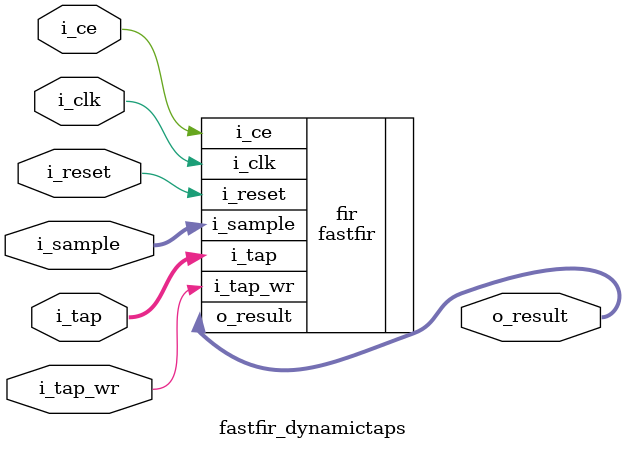
<source format=v>
module  fastfir_dynamictaps(i_clk, i_reset, i_tap_wr, i_tap, i_ce, i_sample, o_result);
`ifdef	FORMAL
	parameter		NTAPS=16, IW=9, TW=IW, OW=2*IW+5;
`else
	parameter		NTAPS=128, IW=12, TW=IW, OW=2*IW+7;
`endif
	parameter [0:0]		FIXED_TAPS=0;
	input	wire			i_clk, i_reset;
	//
	input	wire			i_tap_wr;	// Ignored if FIXED_TAPS
	input	wire	[(TW-1):0]	i_tap;		// Ignored if FIXED_TAPS
	//
	input	wire			i_ce;
	input	wire	[(IW-1):0]	i_sample;
	output	wire	[(OW-1):0]	o_result;

	fastfir #(.FIXED_TAPS(0), .NTAPS(NTAPS), .IW(IW), .TW(TW)) fir (.i_clk(i_clk), .i_reset(i_reset), .i_tap_wr(i_tap_wr), .i_tap(i_tap), .i_ce(i_ce), .i_sample(i_sample), .o_result(o_result));
endmodule

`include "fastfir.vh"
`include "firtap.vh"

</source>
